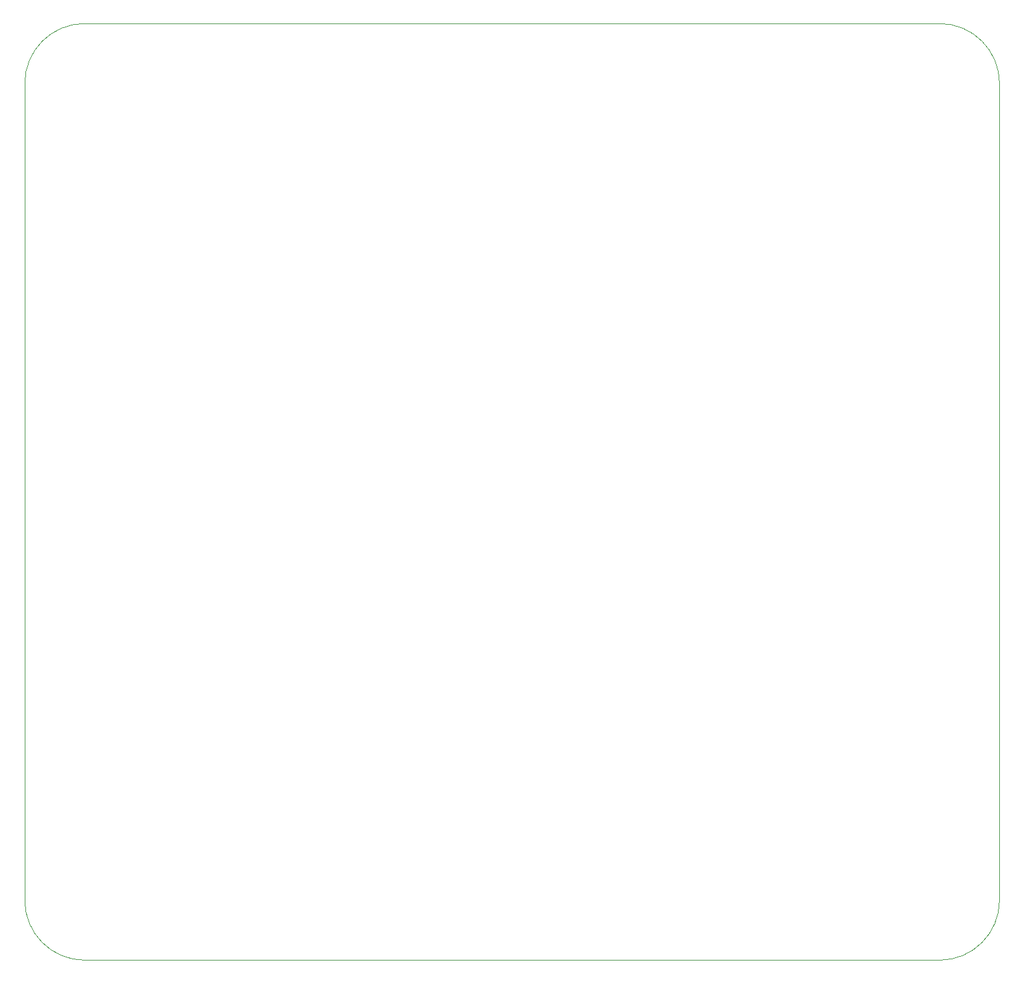
<source format=gbr>
%TF.GenerationSoftware,KiCad,Pcbnew,(7.0.0-0)*%
%TF.CreationDate,2023-11-04T22:02:26-07:00*%
%TF.ProjectId,master_node,6d617374-6572-45f6-9e6f-64652e6b6963,rev?*%
%TF.SameCoordinates,Original*%
%TF.FileFunction,Profile,NP*%
%FSLAX46Y46*%
G04 Gerber Fmt 4.6, Leading zero omitted, Abs format (unit mm)*
G04 Created by KiCad (PCBNEW (7.0.0-0)) date 2023-11-04 22:02:26*
%MOMM*%
%LPD*%
G01*
G04 APERTURE LIST*
%TA.AperFunction,Profile*%
%ADD10C,0.100000*%
%TD*%
G04 APERTURE END LIST*
D10*
X199000000Y-60000000D02*
G75*
G03*
X191000000Y-52000000I-8000000J0D01*
G01*
X199000000Y-169000000D02*
X199000000Y-60000000D01*
X69000000Y-169000000D02*
G75*
G03*
X77000000Y-177000000I8000000J0D01*
G01*
X191000000Y-52000000D02*
X77000000Y-52000000D01*
X69000000Y-60000000D02*
X69000000Y-169000000D01*
X77000000Y-52000000D02*
G75*
G03*
X69000000Y-60000000I0J-8000000D01*
G01*
X191000000Y-177000000D02*
G75*
G03*
X199000000Y-169000000I0J8000000D01*
G01*
X77000000Y-177000000D02*
X191000000Y-177000000D01*
M02*

</source>
